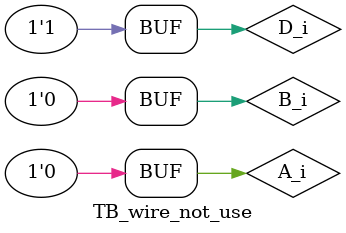
<source format=v>
`timescale 1ps/1ps

module TB_wire_not_use(
    // TB don't have any I/O port
);

    reg     A_i;
    reg     B_i;
    reg     D_i;
    wire    E_o;

    // DUT inst
    wire_not_use u_wire_not_use(
        .A_i    ( A_i ),
        .B_i    ( B_i ),
        .D_i    ( D_i ),
        .E_o    ( E_o )
    );

    initial begin
        #0
        A_i = 1'b0;
        B_i = 1'b0;
        D_i = 1'b0;
        
        #5
        A_i = 1'b1;
        B_i = 1'b0;
        D_i = 1'b0;
        
        #5
        A_i = 1'b1;
        B_i = 1'b1;
        D_i = 1'b0;
        
        #5
        A_i = 1'b1;
        B_i = 1'b1;
        D_i = 1'b1;
        
        #5
        A_i = 1'b0;
        B_i = 1'b1;
        D_i = 1'b0;
        
        #5
        A_i = 1'b0;
        B_i = 1'b1;
        D_i = 1'b1;
        
        #5
        A_i = 1'b0;
        B_i = 1'b0;
        D_i = 1'b1;
        
    end

endmodule
</source>
